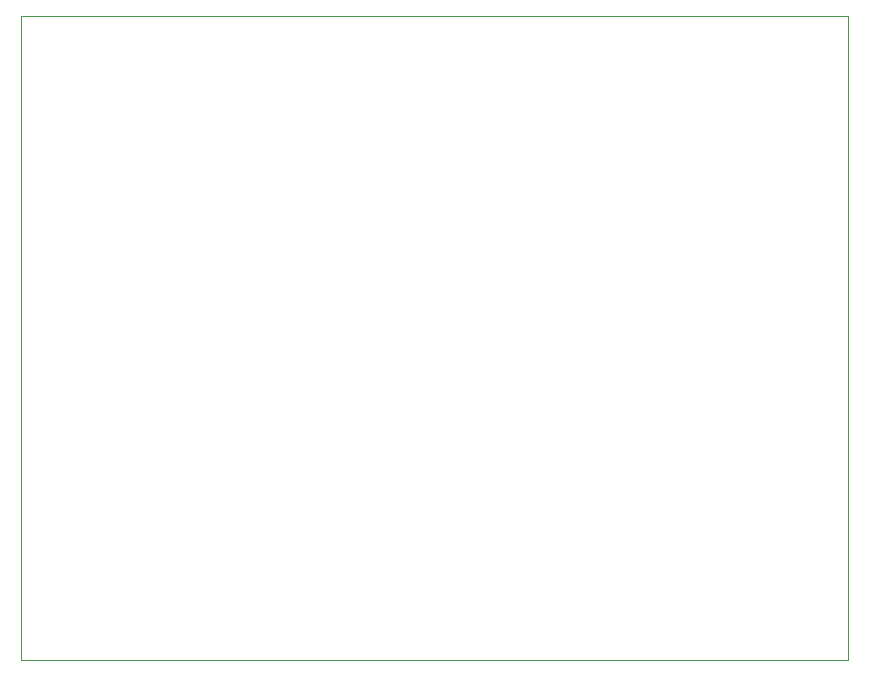
<source format=gbr>
%TF.GenerationSoftware,KiCad,Pcbnew,5.1.10*%
%TF.CreationDate,2021-06-23T11:20:34+02:00*%
%TF.ProjectId,supply,73757070-6c79-42e6-9b69-6361645f7063,rev?*%
%TF.SameCoordinates,Original*%
%TF.FileFunction,Profile,NP*%
%FSLAX46Y46*%
G04 Gerber Fmt 4.6, Leading zero omitted, Abs format (unit mm)*
G04 Created by KiCad (PCBNEW 5.1.10) date 2021-06-23 11:20:34*
%MOMM*%
%LPD*%
G01*
G04 APERTURE LIST*
%TA.AperFunction,Profile*%
%ADD10C,0.050000*%
%TD*%
G04 APERTURE END LIST*
D10*
X41000000Y-85000000D02*
X111000000Y-85000000D01*
X41000000Y-139500000D02*
X41000000Y-85000000D01*
X111000000Y-139500000D02*
X41000000Y-139500000D01*
X111000000Y-85000000D02*
X111000000Y-139500000D01*
M02*

</source>
